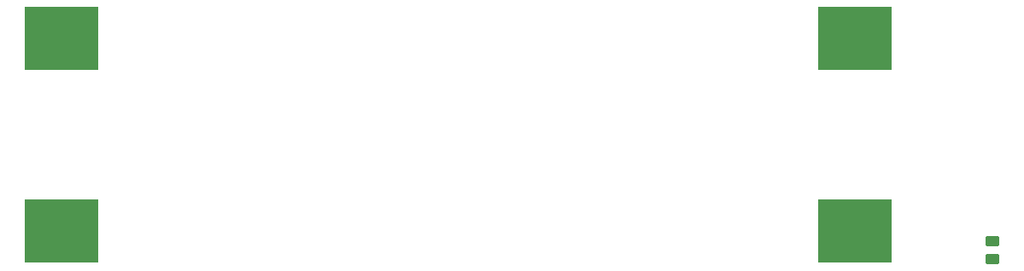
<source format=gbr>
%TF.GenerationSoftware,KiCad,Pcbnew,7.0.7*%
%TF.CreationDate,2024-02-15T18:40:12-05:00*%
%TF.ProjectId,LVPD-board,4c565044-2d62-46f6-9172-642e6b696361,rev?*%
%TF.SameCoordinates,Original*%
%TF.FileFunction,Paste,Top*%
%TF.FilePolarity,Positive*%
%FSLAX46Y46*%
G04 Gerber Fmt 4.6, Leading zero omitted, Abs format (unit mm)*
G04 Created by KiCad (PCBNEW 7.0.7) date 2024-02-15 18:40:12*
%MOMM*%
%LPD*%
G01*
G04 APERTURE LIST*
G04 Aperture macros list*
%AMRoundRect*
0 Rectangle with rounded corners*
0 $1 Rounding radius*
0 $2 $3 $4 $5 $6 $7 $8 $9 X,Y pos of 4 corners*
0 Add a 4 corners polygon primitive as box body*
4,1,4,$2,$3,$4,$5,$6,$7,$8,$9,$2,$3,0*
0 Add four circle primitives for the rounded corners*
1,1,$1+$1,$2,$3*
1,1,$1+$1,$4,$5*
1,1,$1+$1,$6,$7*
1,1,$1+$1,$8,$9*
0 Add four rect primitives between the rounded corners*
20,1,$1+$1,$2,$3,$4,$5,0*
20,1,$1+$1,$4,$5,$6,$7,0*
20,1,$1+$1,$6,$7,$8,$9,0*
20,1,$1+$1,$8,$9,$2,$3,0*%
G04 Aperture macros list end*
%ADD10RoundRect,0.250000X-0.450000X0.262500X-0.450000X-0.262500X0.450000X-0.262500X0.450000X0.262500X0*%
%ADD11R,7.340000X6.350000*%
G04 APERTURE END LIST*
D10*
%TO.C,R1*%
X203000000Y-103087500D03*
X203000000Y-104912500D03*
%TD*%
D11*
%TO.C,BAT1*%
X189330000Y-102050000D03*
X189330000Y-82940000D03*
X110670000Y-102050000D03*
X110670000Y-82940000D03*
%TD*%
M02*

</source>
